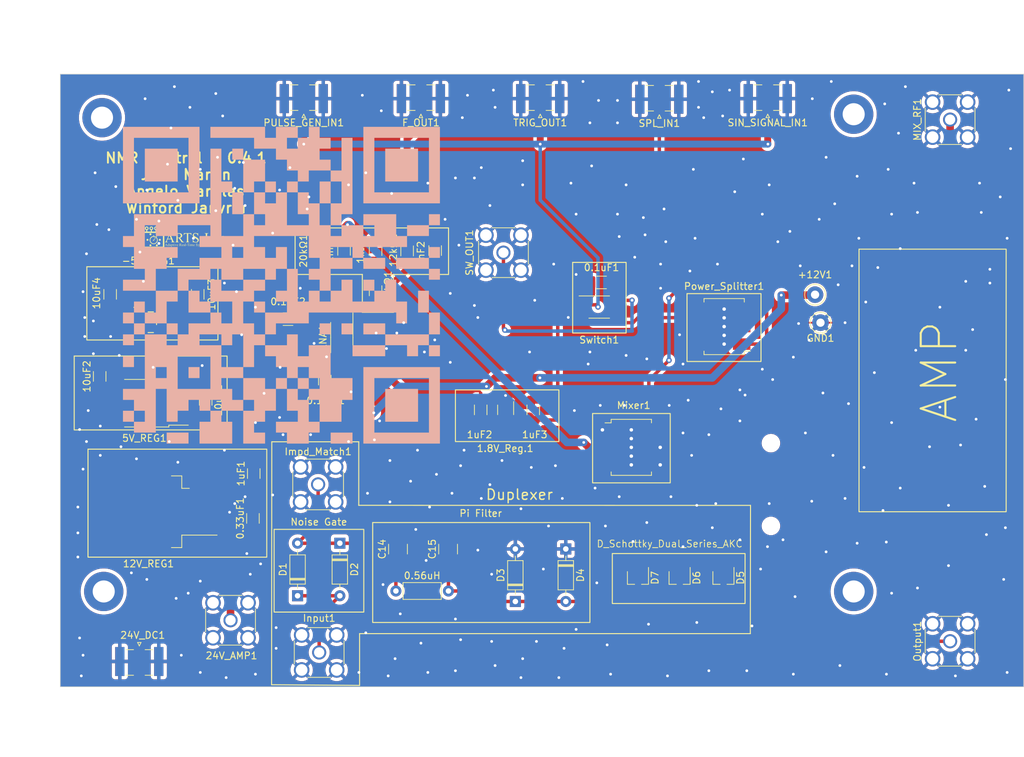
<source format=kicad_pcb>
(kicad_pcb (version 20221018) (generator pcbnew)
  (layers (0 "F.Cu" signal) (31 "B.Cu" signal) (34 "B.Paste" user) (35 "F.Paste" user) (36 "B.SilkS" user "B.Silkscreen") (37 "F.SilkS" user "F.Silkscreen") (38 "B.Mask" user) (39 "F.Mask" user) (44 "Edge.Cuts" user))
  (net 0 "")
  (net 1 "GND")
  (net 2 "Net-(F_OUT1-In)")
  (net 3 "Net-(D1-A)")
  (net 4 "Net-(D3-K)")
  (net 5 "Net-(D1-K)")
  (net 6 "Net-(MIX_RF1-In)")
  (net 7 "Net-(PULSE_GEN_IN1-In)")
  (net 8 "Net-(LNA1-+IN1)")
  (net 9 "Net-(SW_OUT1-In)")
  (net 10 "Net-(LNA1-OUT1)")
  (net 11 "Net-(LNA1--IN1)")
  (net 12 "Net-(LNA1--IN2)")
  (net 13 "Net-(+12V1-In)")
  (net 14 "Net-(1.8V_Reg.1-OUT)")
  (net 17 "Net-(Power_Splitter1-SUM)")
  (net 19 "Net-(Power_Splitter1-PORT2)")
  (net 21 "Net-(12V_REG1-VI)")
  (net 22 "Net-(-5V_REG1-OUT)")
  (net 23 "Net-(-5V_REG1-V+)")
  (net 24 "Net-(-5V_REG1-C1-)")
  (net 25 "Net-(-5V_REG1-C1+)")
  (net 26 "Net-(Mixer1-IF)")
  (net 27 "Net-(Mixer1-LO)")
  (footprint "Connector_Pin:Pin_D1.0mm_L10.0mm_LooseFit" (layer "F.Cu") (at 185.6486 75.184 180)
    (fp_text reference "+12V1")
    (fp_text value "Pin Hole" hide)
  )
  (footprint "Package_TO_SOT_SMD:TSOT-23_HandSoldering" (layer "F.Cu") (at 166.0296 116.264 -90)
    (fp_text reference "D6")
    (fp_text value "D_Schottky_Dual_Series_AKC" hide)
  )
  (footprint "MountingHole:MountingHole_3.2mm_M3_ISO7380_Pad" (layer "F.Cu") (at 191.25 49)
    (fp_text reference "REF**" hide)
    (fp_text value "MountingHole_3.2mm_M3_ISO7380_Pad")
  )
  (footprint "Capacitor_SMD:C_1206_3216Metric" (layer "F.Cu") (at 114.554 87.581 90)
    (fp_text reference "0.1.uF1")
    (fp_text value "0.1uF" hide)
  )
  (footprint "MountingHole:MountingHole_2.2mm_M2_DIN965" (layer "F.Cu") (at 179.25 96.73)
    (fp_text reference "REF**" hide)
    (fp_text value "MountingHole_2.2mm_M2_DIN965")
  )
  (footprint "Capacitor_SMD:C_1206_3216Metric" (layer "F.Cu") (at 117.348 68.754 90)
    (fp_text reference "1nF1")
    (fp_text value "C")
  )
  (footprint "Capacitor_SMD:C_1206_3216Metric" (layer "F.Cu") (at 154.686 73.406 180)
    (fp_text reference "0.1uF1")
    (fp_text value "0.1 uF" hide)
  )
  (footprint "Capacitor_SMD:C_1206_3216Metric" (layer "F.Cu") (at 83.427 75.135 -90)
    (fp_text reference "10uF4")
    (fp_text value "10 uF")
  )
  (footprint "Capacitor_SMD:C_1206_3216Metric" (layer "F.Cu") (at 81.909 87.044 90)
    (fp_text reference "10uF2")
    (fp_text value "10 uF")
  )
  (footprint "Library:ARTS" (layer "F.Cu") (at 94.16 67.21)
    (fp_text reference "G***" hide)
    (fp_text value "LOGO" hide)
  )
  (footprint "Diode_THT:D_DO-35_SOD27_P7.62mm_Horizontal" (layer "F.Cu") (at 116.7384 111.252 -90)
    (fp_text reference "D2")
    (fp_text value "1N4148")
  )
  (footprint "Connector_Coaxial:SMA_Samtec_SMA-J-P-X-ST-EM1_EdgeMount" (layer "F.Cu") (at 178.785 46.736 180)
    (fp_text reference "SIN_SIGNAL_IN1")
    (fp_text value "Conn_Coaxial")
  )
  (footprint "Capacitor_SMD:C_1206_3216Metric" (layer "F.Cu") (at 104.255 101.141 90)
    (fp_text reference "1uF1")
    (fp_text value "1 uF" hide)
  )
  (footprint "Capacitor_SMD:C_1206_3216Metric" (layer "F.Cu") (at 96.127 75.135 -90)
    (fp_text reference "10uF3")
    (fp_text value "10 uF" hide)
  )
  (footprint "Resistor_SMD:R_1206_3216Metric" (layer "F.Cu") (at 126.492 68.832 90)
    (fp_text reference "12kΩ1")
    (fp_text value "R" hide)
  )
  (footprint "Library:MF05A" (layer "F.Cu") (at 89.3198 79.1845)
    (fp_text reference "-5V_REG1")
    (fp_text value "LM828M5" hide)
  )
  (footprint "Connector_Coaxial:SMA_Samtec_SMA-J-P-X-ST-EM1_EdgeMount" (layer "F.Cu") (at 87.661 128.409)
    (fp_text reference "24V_DC1")
    (fp_text value "Conn_Coaxial")
  )
  (footprint "Package_TO_SOT_SMD:TO-252-2" (layer "F.Cu") (at 88.626 90.931 180)
    (fp_text reference "5V_REG1")
    (fp_text value "NCP1117-5.0_TO252" hide)
  )
  (footprint "Package_TO_SOT_SMD:TO-263-3_TabPin2" (layer "F.Cu") (at 88.991 106.68 180)
    (fp_text reference "12V_REG1")
    (fp_text value "LM7812_TO220" hide)
  )
  (footprint "Capacitor_SMD:C_1206_3216Metric" (layer "F.Cu") (at 109.22 78.74)
    (fp_text reference "0.1uF2")
    (fp_text value "0.1uF" hide)
  )
  (footprint "MountingHole:MountingHole_3.2mm_M3_ISO7380_Pad" (layer "F.Cu") (at 191.25 118.25)
    (fp_text reference "REF**" hide)
    (fp_text value "MountingHole_3.2mm_M3_ISO7380_Pad")
  )
  (footprint "Diode_THT:D_DO-35_SOD27_P7.62mm_Horizontal" (layer "F.Cu") (at 149.5044 112.0846 -90)
    (fp_text reference "D4")
    (fp_text value "1N4148")
  )
  (footprint "Inductor_THT:L_Axial_L5.3mm_D2.2mm_P7.62mm_Horizontal_Vishay_IM-1" (layer "F.Cu") (at 124.8664 118.1806)
    (fp_text reference "0.56uH")
    (fp_text value "L")
  )
  (footprint "Capacitor_SMD:C_1210_3225Metric_Pad1.33x2.70mm_HandSolder" (layer "F.Cu") (at 132.4356 112.1025 90)
    (fp_text reference "C15")
    (fp_text value "C")
  )
  (footprint "Connector_Coaxial:SMA_Amphenol_132291_Vertical" (layer "F.Cu") (at 205.232 49.784 90)
    (fp_text reference "MIX_RF1")
    (fp_text value "Conn_Coaxial")
  )
  (footprint "Capacitor_SMD:C_1206_3216Metric" (layer "F.Cu") (at 104.14 107.647 90)
    (fp_text reference "0.33uF1")
    (fp_text value "0.33 uF" hide)
  )
  (footprint "Package_TO_SOT_SMD:SOT-353_SC-70-5" (layer "F.Cu") (at 140.782 91.8955 -90)
    (fp_text reference "1.8V_Reg.1")
    (fp_text value "NCP715-1.8V" hide)
  )
  (footprint "Connector_Coaxial:SMA_Amphenol_132134_Vertical" (layer "F.Cu") (at 113.5888 102.7176)
    (fp_text reference "Impd_Match1")
    (fp_text value "Conn_Coaxial" hide)
  )
  (footprint "Diode_THT:D_DO-35_SOD27_P7.62mm_Horizontal" (layer "F.Cu") (at 142.1904 119.7046 90)
    (fp_text reference "D3")
    (fp_text value "1N4148")
  )
  (footprint "Package_TO_SOT_SMD:TSOT-23_HandSoldering" (layer "F.Cu") (at 172.3796 116.264 -90)
    (fp_text reference "D5")
    (fp_text value "D_Schottky_Dual_Series_AKC" hide)
  )
  (footprint "Package_SO:MSOP-8_3x3mm_P0.65mm" (layer "F.Cu") (at 154.3515 76.9805)
    (fp_text reference "Switch1")
    (fp_text value "ADG901BRMZ" hide)
  )
  (footprint "Capacitor_SMD:C_1206_3216Metric" (layer "F.Cu") (at 137.16 91.899 90)
    (fp_text reference "1uF2")
    (fp_text value "1 uF" hide)
  )
  (footprint "Connector_Coaxial:SMA_Amphenol_132291_Vertical" (layer "F.Cu") (at 205.232 125.476 90)
    (fp_text reference "Output1")
    (fp_text value "Conn_Coaxial")
  )
  (footprint "Connector_Coaxial:SMA_Amphenol_132291_Vertical" (layer "F.Cu") (at 113.7412 127.1016)
    (fp_text reference "Input1")
    (fp_text value "Conn_Coaxial")
  )
  (footprint "RF_Mini-Circuits:Mini-Circuits_CD636_LandPatternPL-035" (layer "F.Cu") (at 172.466 79.8155 180)
    (fp_text reference "Power_Splitter1")
    (fp_text value "ADP-2-1W" hide)
  )
  (footprint "Resistor_SMD:R_1206_3216Metric" (layer "F.Cu") (at 113.284 68.832 90)
    (fp_text reference "20kΩ1")
    (fp_text value "R" hide)
  )
  (footprint "Capacitor_SMD:C_1210_3225Metric_Pad1.33x2.70mm_HandSolder" (layer "F.Cu") (at 125.1712 112.1033 90)
    (fp_text reference "C14")
    (fp_text value "C" hide)
  )
  (footprint "Resistor_SMD:R_1206_3216Metric" (layer "F.Cu") (at 121.92 74.6145 -90)
    (fp_text reference "100kΩ1")
    (fp_text value "R" hide)
  )
  (footprint "Connector_Coaxial:SMA_Samtec_SMA-J-P-X-ST-EM1_EdgeMount" (layer "F.Cu") (at 163.068 46.8265 180)
    (fp_text reference "SPL_IN1")
    (fp_text value "Conn_Coaxial")
  )
  (footprint "Connector_Coaxial:SMA_Amphenol_132291_Vertical" (layer "F.Cu") (at 100.8888 122.428)
    (fp_text reference "24V_AMP1")
    (fp_text value "Conn_Coaxial")
  )
  (footprint "Connector_Pin:Pin_D1.0mm_L10.0mm_LooseFit" (layer "F.Cu") (at 186.436 79.248)
    (fp_text reference "GND1")
    (fp_text value "Pin Hole")
  )
  (footprint "RF_Mini-Circuits:Mini-Circuits_CD542_LandPatternPL-052" (layer "F.Cu") (at 159.004 97.3415)
    (fp_text reference "Mixer1")
    (fp_text value "ADE-6" hide)
  )
  (footprint "Connector_Coaxial:SMA_Samtec_SMA-J-P-X-ST-EM1_EdgeMount" (layer "F.Cu") (at 145.796 46.736 180)
    (fp_text reference "TRIG_OUT1")
    (fp_text value "Conn_Coaxial")
  )
  (footprint "Package_SO:TSSOP-8_4.4x3mm_P0.65mm" (layer "F.Cu") (at 117.023 81.408 -90)
    (fp_text reference "LNA1")
    (fp_text value "LM4565" hide)
  )
  (footprint "Capacitor_SMD:C_1206_3216Metric" (layer "F.Cu") (at 144.78 91.899 90)
    (fp_text reference "1uF3")
    (fp_text value "1 uF" hide)
  )
  (footprint "Capacitor_SMD:C_1206_3216Metric" (layer "F.Cu") (at 130.556 68.785 90)
    (fp_text reference "1nF2")
    (fp_text value "C" hide)
  )
  (footprint "Package_TO_SOT_SMD:TSOT-23_HandSoldering" (layer "F.Cu") (at 159.9844 116.264 -90)
    (fp_text reference "D7")
    (fp_text value "D_Schottky_Dual_Series_AKC" hide)
  )
  (footprint "MountingHole:MountingHole_3.2mm_M3_ISO7380_Pad" (layer "F.Cu") (at 82.5 118.25)
    (fp_text reference "REF**" hide)
    (fp_text value "MountingHole_3.2mm_M3_ISO7380_Pad")
  )
  (footprint "Connector_Coaxial:SMA_Samtec_SMA-J-P-X-ST-EM1_EdgeMount" (layer "F.Cu") (at 128.493 46.736 180)
    (fp_text reference "F_OUT1")
    (fp_text value "Conn_Coaxial")
  )
  (footprint "MountingHole:MountingHole_3.2mm_M3_ISO7380_Pad" (layer "F.Cu") (at 82.25 49.5)
    (fp_text reference "REF**" hide)
    (fp_text value "MountingHole_3.2mm_M3_ISO7380_Pad")
  )
  (footprint "Capacitor_SMD:C_1206_3216Metric_Pad1.33x1.80mm_HandSolder" (layer "F.Cu") (at 97.282 90.5125 -90)
    (fp_text reference "10uF1")
    (fp_text value "10 uF")
  )
  (footprint "Connector_Coaxial:SMA_Amphenol_132291_Vertical" (layer "F.Cu") (at 140.462 69.088 90)
    (fp_text reference "SW_OUT1")
    (fp_text value "Conn_Coaxial")
  )
  (footprint "Diode_THT:D_DO-35_SOD27_P7.62mm_Horizontal" (layer "F.Cu") (at 110.6084 118.872 90)
    (fp_text reference "D1")
    (fp_text value "1N4148")
  )
  (footprint "MountingHole:MountingHole_2.2mm_M2_DIN965" (layer "F.Cu") (at 179.25 108.74)
    (fp_text reference "REF**" hide)
    (fp_text value "MountingHole_2.2mm_M2_DIN965")
  )
  (footprint "Resistor_SMD:R_1206_3216Metric" (layer "F.Cu") (at 121.92 68.7725 -90)
    (fp_text reference "1kΩ1")
    (fp_text value "R" hide)
  )
  (footprint "Connector_Coaxial:SMA_Samtec_SMA-J-P-X-ST-EM1_EdgeMount" (layer "F.Cu") (at 111.506 46.736 180)
    (fp_text reference "PULSE_GEN_IN1")
    (fp_text value "Conn_Coaxial")
  )
  (footprint "Library:githubQR" (layer "B.Cu") (at 108.52 73.56 180)
    (fp_text reference "G***" hide)
    (fp_text value "LOGO" hide)
  )
  (gr_rect (start 107.21 109.24) (end 120.21 121.24) (stroke (width 0.15)) (fill none) (layer "F.SilkS"))
  (gr_line (start 119.48 105.75) (end 176.29 105.76) (stroke (width 0.15)) (layer "F.SilkS"))
  (gr_rect (start 167.08 75.03) (end 177.81 84.88) (stroke (width 0.15)) (fill none) (layer "F.SilkS"))
  (gr_line (start 176.26 124.37) (end 119.6 124.37) (stroke (width 0.15)) (layer "F.SilkS"))
  (gr_rect (start 192.024 68.58) (end 213.36 106.68) (stroke (width 0.15)) (fill none) (layer "F.SilkS"))
  (gr_line (start 119.6 131.88) (end 106.84 131.78) (stroke (width 0.15)) (layer "F.SilkS"))
  (gr_rect (start 78.22 84.09) (end 100.39 94.81) (stroke (width 0.15)) (fill none) (layer "F.SilkS"))
  (gr_line (start 132.5 72.25) (end 124.5 72.25) (stroke (width 0.15)) (layer "F.SilkS"))
  (gr_line (start 106.84 131.78) (end 106.87 96.53) (stroke (width 0.15)) (layer "F.SilkS"))
  (gr_rect (start 121.5 108.25) (end 153 122.75) (stroke (width 0.15)) (fill none) (layer "F.SilkS"))
  (gr_line (start 176.29 105.76) (end 176.26 124.37) (stroke (width 0.15)) (layer "F.SilkS"))
  (gr_rect (start 150.5 70.5) (end 158.25 80.75) (stroke (width 0.15)) (fill none) (layer "F.SilkS"))
  (gr_rect (start 80.22 97.6) (end 106.14 113.27) (stroke (width 0.15)) (fill none) (layer "F.SilkS"))
  (gr_line (start 110.25 72.25) (end 110.25 65.5) (stroke (width 0.15)) (layer "F.SilkS"))
  (gr_line (start 132.5 65.5) (end 132.5 72.25) (stroke (width 0.15)) (layer "F.SilkS"))
  (gr_line (start 119.6 124.37) (end 119.6 131.88) (stroke (width 0.15)) (layer "F.SilkS"))
  (gr_line (start 106.87 96.53) (end 119.48 96.53) (stroke (width 0.15)) (layer "F.SilkS"))
  (gr_line (start 124.5 72.25) (end 124.5 77.75) (stroke (width 0.15)) (layer "F.SilkS"))
  (gr_rect (start 133.5 89) (end 148.5 96.5) (stroke (width 0.15)) (fill none) (layer "F.SilkS"))
  (gr_line (start 124.5 77.75) (end 120 77.75) (stroke (width 0.15)) (layer "F.SilkS"))
  (gr_line (start 119.48 96.53) (end 119.48 105.75) (stroke (width 0.15)) (layer "F.SilkS"))
  (gr_rect (start 80.05 71.13) (end 99.06 81.76) (stroke (width 0.15)) (fill none) (layer "F.SilkS"))
  (gr_line (start 110.25 65.5) (end 132.5 65.5) (stroke (width 0.15)) (layer "F.SilkS"))
  (gr_rect (start 153.39 92.43) (end 164.65 102.49) (stroke (width 0.15)) (fill none) (layer "F.SilkS"))
  (gr_line (start 120 77.75) (end 120 72.25) (stroke (width 0.15)) (layer "F.SilkS"))
  (gr_line (start 120 72.25) (end 110.25 72.25) (stroke (width 0.15)) (layer "F.SilkS"))
  (gr_rect (start 156.25 112.75) (end 175.5 120) (stroke (width 0.15)) (fill none) (layer "F.SilkS"))
  (gr_rect (start 76.2 43.18) (end 215.9 132.08) (stroke (width 0.1)) (fill none) (layer "Edge.Cuts"))
  (gr_text "Duplexer" (at 137.8 105.07) (layer "F.SilkS") (effects (font (size 1.5 1.5) (thickness 0.2)) (justify left bottom)))
  (gr_text "Pi Filter\n" (at 134 107.5) (layer "F.SilkS") (effects (font (size 1 1)) (justify left bottom)))
  (gr_text "Noise Gate\n" (at 109.5 108.75) (layer "F.SilkS") (effects (font (size 1 1)) (justify left bottom)))
  (gr_text "NMR Control V 0.4.1\nJake Martin\nAngelo Varillas\nWinford Janvrin" (at 94.43 63.47) (layer "F.SilkS") (effects (font (size 1.5 1.5) (thickness 0.275) bold) (justify bottom)))
  (gr_text "D_Schottky_Dual_Series_AKC" (at 153.91 111.92) (layer "F.SilkS") (effects (font (size 1 1) (thickness 0.125)) (justify left bottom)))
  (gr_text "Filter" (at 120.25 65) (layer "F.SilkS") (effects (font (size 1 1)) (justify left bottom)))
  (gr_text "AMP" (at 206.6 94.04 90) (layer "F.SilkS") (effects (font (size 5 5) (thickness 0.3)) (justify left bottom)))
  (segment (start 183.388 79.248) (end 183.261 79.375) (width 0.25) (layer "F.Cu") (net 1))
  (segment (start 186.436 79.248) (end 184.785 80.899) (width 0.25) (layer "F.Cu") (net 1))
  (segment (start 151.0405 77.3055) (end 149.86 78.486) (width 0.25) (layer "F.Cu") (net 1))
  (segment (start 114.808 84.201) (end 115.9785 84.201) (width 0.25) (layer "F.Cu") (net 1))
  (segment (start 151.0555 77.3055) (end 151.0405 77.3055) (width 0.25) (layer "F.Cu") (net 1))
  (segment (start 115.9785 84.201) (end 116.048 84.2705) (width 0.25) (layer "F.Cu") (net 1))
  (segment (start 184.785 80.899) (end 184.785 81.788) (width 0.25) (layer "F.Cu") (net 1))
  (segment (start 140.7668 89.8144) (end 140.782 89.7992) (width 0.25) (layer "F.Cu") (net 1))
  (segment (start 186.436 79.248) (end 183.388 79.248) (width 0.25) (layer "F.Cu") (net 1))
  (segment (start 140.782 89.8296) (end 140.7668 89.8144) (width 0.25) (layer "F.Cu") (net 1))
  (segment (start 156.464 76.6555) (end 156.464 77.9555) (width 0.25) (layer "F.Cu") (net 1))
  (segment (start 140.782 90.9455) (end 140.782 89.8296) (width 0.25) (layer "F.Cu") (net 1))
  (segment (start 152.239 77.3055) (end 151.0555 77.3055) (width 0.25) (layer "F.Cu") (net 1))
  (segment (start 189.998 79.248) (end 190 79.25) (width 0.25) (layer "F.Cu") (net 1))
  (segment (start 186.436 79.248) (end 189.998 79.248) (width 0.25) (layer "F.Cu") (net 1))
  (via (at 143 106.25) (size 0.8) (drill 0.4) (layers "F.Cu" "B.Cu") (net 1))
  (via (at 103 62.25) (size 0.8) (drill 0.4) (layers "F.Cu" "B.Cu") (net 1))
  (via (at 107.5 126.5) (size 0.8) (drill 0.4) (layers "F.Cu" "B.Cu") (net 1))
  (via (at 191.75 111.25) (size 0.8) (drill 0.4) (layers "F.Cu" "B.Cu") (net 1))
  (via (at 188.5 62) (size 0.8) (drill 0.4) (layers "F.Cu" "B.Cu") (net 1))
  (via (at 153.75 103.25) (size 0.8) (drill 0.4) (layers "F.Cu" "B.Cu") (net 1))
  (via (at 157.25 104.5) (size 0.8) (drill 0.4) (layers "F.Cu" "B.Cu") (net 1))
  (via (at 78.75 113.25) (size 0.8) (drill 0.4) (layers "F.Cu" "B.Cu") (net 1))
  (via (at 193 76.25) (size 0.8) (drill 0.4) (layers "F.Cu" "B.Cu") (net 1))
  (via (at 139.25 129) (size 0.8) (drill 0.4) (layers "F.Cu" "B.Cu") (net 1))
  (via (at 92.25 51) (size 0.8) (drill 0.4) (layers "F.Cu" "B.Cu") (net 1))
  (via (at 210.5 110) (size 0.8) (drill 0.4) (layers "F.Cu" "B.Cu") (net 1))
  (via (at 79 125) (size 0.8) (drill 0.4) (layers "F.Cu" "B.Cu") (net 1))
  (via (at 164 67.5) (size 0.8) (drill 0.4) (layers "F.Cu" "B.Cu") (net 1))
  (via (at 133 104) (size 0.8) (drill 0.4) (layers "F.Cu" "B.Cu") (net 1))
  (via (at 100.75 106.75) (size 0.8) (drill 0.4) (layers "F.Cu" "B.Cu") (net 1))
  (via (at 94.75 118.5) (size 0.8) (drill 0.4) (layers "F.Cu" "B.Cu") (net 1))
  (via (at 122 80.75) (size 0.8) (drill 0.4) (layers "F.Cu" "B.Cu") (net 1))
  (via (at 79.75 78.5) (size 0.8) (drill 0.4) (layers "F.Cu" "B.Cu") (net 1))
  (via (at 157 63.5) (size 0.8) (drill 0.4) (layers "F.Cu" "B.Cu") (net 1))
  (via (at 153.25 56.5) (size 0.8) (drill 0.4) (layers "F.Cu" "B.Cu") (net 1))
  (via (at 109.5 56.75) (size 0.8) (drill 0.4) (layers "F.Cu" "B.Cu") (net 1))
  (via (at 122.5 93.5) (size 0.8) (drill 0.4) (layers "F.Cu" "B.Cu") (net 1))
  (via (at 190 104.75) (size 0.8) (drill 0.4) (layers "F.Cu" "B.Cu") (net 1))
  (via (at 132 64.25) (size 0.8) (drill 0.4) (layers "F.Cu" "B.Cu") (net 1))
  (via (at 147 108.75) (size 0.8) (drill 0.4) (layers "F.Cu" "B.Cu") (net 1))
  (via (at 212.5 61) (size 0.8) (drill 0.4) (layers "F.Cu" "B.Cu") (net 1))
  (via (at 174 60.25) (size 0.8) (drill 0.4) (layers "F.Cu" "B.Cu") (net 1))
  (via (at 121.75 96.25) (size 0.8) (drill 0.4) (layers "F.Cu" "B.Cu") (net 1))
  (via (at 88.5 46.75) (size 0.8) (drill 0.4) (layers "F.Cu" "B.Cu") (net 1))
  (via (at 151 123.75) (size 0.8) (drill 0.4) (layers "F.Cu" "B.Cu") (net 1))
  (via (at 175.5 89.75) (size 0.8) (drill 0.4) (layers "F.Cu" "B.Cu") (net 1))
  (via (at 196 130.25) (size 0.8) (drill 0.4) (layers "F.Cu" "B.Cu") (net 1))
  (via (at 154.25 47) (size 0.8) (drill 0.4) (layers "F.Cu" "B.Cu") (net 1))
  (via (at 161.25 108.25) (size 0.8) (drill 0.4) (layers "F.Cu" "B.Cu") (net 1))
  (via (at 213.75 45.5) (size 0.8) (drill 0.4) (layers "F.Cu" "B.Cu") (net 1))
  (via (at 101.75 74.75) (size 0.8) (drill 0.4) (layers "F.Cu" "B.Cu") (net 1))
  (via (at 163.25 74.25) (size 0.8) (drill 0.4) (layers "F.Cu" "B.Cu") (net 1))
  (via (at 129 83.5) (size 0.8) (drill 0.4) (layers "F.Cu" "B.Cu") (net 1))
  (via (at 158.25 59.25) (size 0.8) (drill 0.4) (layers "F.Cu" "B.Cu") (net 1))
  (via (at 127 102.25) (size 0.8) (drill 0.4) (layers "F.Cu" "B.Cu") (net 1))
  (via (at 80 69.25) (size 0.8) (drill 0.4) (layers "F.Cu" "B.Cu") (net 1))
  (via (at 96.5 130) (size 0.8) (drill 0.4) (layers "F.Cu" "B.Cu") (net 1))
  (via (at 151 63.5) (size 0.8) (drill 0.4) (layers "F.Cu" "B.Cu") (net 1))
  (via (at 136.75 78.5) (size 0.8) (drill 0.4) (layers "F.Cu" "B.Cu") (net 1))
  (via (at 211 73.5) (size 0.8) (drill 0.4) (layers "F.Cu" "B.Cu") (net 1))
  (via (at 134 68) (size 0.8) (drill 0.4) (layers "F.Cu" "B.Cu") (net 1))
  (via (at 88.25 73.25) (size 0.8) (drill 0.4) (layers "F.Cu" "B.Cu") (net 1))
  (via (at 167.5 71.75) (size 0.8) (drill 0.4) (layers "F.Cu" "B.Cu") (net 1))
  (via (at 102.5 81) (size 0.8) (drill 0.4) (layers "F.Cu" "B.Cu") (net 1))
  (via (at 189 73.75) (size 0.8) (drill 0.4) (layers "F.Cu" "B.Cu") (net 1))
  (via (at 130.5 81.75) (size 0.8) (drill 0.4) (layers "F.Cu" "B.Cu") (net 1))
  (via (at 149.25 126.5) (size 0.8) (drill 0.4) (layers "F.Cu" "B.Cu") (net 1))
  (via (at 136.75 112.25) (size 0.8) (drill 0.4) (layers "F.Cu" "B.Cu") (net 1))
  (via (at 112.25 61) (size 0.8) (drill 0.4) (layers "F.Cu" "B.Cu") (net 1))
  (via (at 120.5 57.5) (size 0.8) (drill 0.4) (layers "F.Cu" "B.Cu") (net 1))
  (via (at 99.75 49.25) (size 0.8) (drill 0.4) (layers "F.Cu" "B.Cu") (net 1))
  (via (at 87.25 99) (size 0.8) (drill 0.4) (layers "F.Cu" "B.Cu") (net 1))
  (via (at 163.25 70.75) (size 0.8) (drill 0.4) (layers "F.Cu" "B.Cu") (net 1))
  (via (at 168.75 48) (size 0.8) (drill 0.4) (layers "F.Cu" "B.Cu") (net 1))
  (via (at 156 130.25) (size 0.8) (drill 0.4) (layers "F.Cu" "B.Cu") (net 1))
  (via (at 166 81) (size 0.8) (drill 0.4) (layers "F.Cu" "B.Cu") (net 1))
  (via (at 99 55.25) (size 0.8) (drill 0.4) (layers "F.Cu" "B.Cu") (net 1))
  (via (at 98.75 63) (size 0.8) (drill 0.4) (layers "F.Cu" "B.Cu") (net 1))
  (via (at 192 67) (size 0.8) (drill 0.4) (layers "F.Cu" "B.Cu") (net 1))
  (via (at 134.5 49.5) (size 0.8) (drill 0.4) (layers "F.Cu" "B.Cu") (net 1))
  (via (at 136.25 58.25) (size 0.8) (drill 0.4) (layers "F.Cu" "B.Cu") (net 1))
  (via (at 175.75 129.75) (size 0.8) (drill 0.4) (layers "F.Cu" "B.Cu") (net 1))
  (via (at 130.75 101.25) (size 0.8) (drill 0.4) (layers "F.Cu" "B.Cu") (net 1))
  (via (at 91.75 56.25) (size 0.8) (drill 0.4) (layers "F.Cu" "B.Cu") (net 1))
  (via (at 200.25 83.25) (size 0.8) (drill 0.4) (layers "F.Cu" "B.Cu") (net 1))
  (via (at 195.5 106.5) (size 0.8) (drill 0.4) (layers "F.Cu" "B.Cu") (net 1))
  (via (at 93 119.25) (size 0.8) (drill 0.4) (layers "F.Cu" "B.Cu") (net 1))
  (via (at 100.25 130.75) (size 0.8) (drill 0.4) (layers "F.Cu" "B.Cu") (net 1))
  (via (at 114.808 84.201) (size 0.8) (drill 0.4) (layers "F.Cu" "B.Cu") (net 1))
  (via (at 101.5 59.75) (size 0.8) (drill 0.4) (layers "F.Cu" "B.Cu") (net 1))
  (via (at 132.75 75) (size 0.8) (drill 0.4) (layers "F.Cu" "B.Cu") (net 1))
  (via (at 79.5 100.5) (size 0.8) (drill 0.4) (layers "F.Cu" "B.Cu") (net 1))
  (via (at 133.5 129.75) (size 0.8) (drill 0.4) (layers "F.Cu" "B.Cu") (net 1))
  (via (at 96.774 85.471) (size 0.8) (drill 0.4) (layers "F.Cu" "B.Cu") (net 1))
  (via (at 188.25 98.5) (size 0.8) (drill 0.4) (layers "F.Cu" "B.Cu") (net 1))
  (via (at 83.25 65.75) (size 0.8) (drill 0.4) (layers "F.Cu" "B.Cu") (net 1))
  (via (at 87.75 69) (size 0.8) (drill 0.4) (layers "F.Cu" "B.Cu") (net 1))
  (via (at 161 66.5) (size 0.8) (drill 0.4) (layers "F.Cu" "B.Cu") (net 1))
  (via (at 172 91.75) (size 0.8) (drill 0.4) (layers "F.Cu" "B.Cu") (net 1))
  (via (at 184.785 81.788) (size 0.8) (drill 0.4) (layers "F.Cu" "B.Cu") (net 1))
  (via (at 175.25 55.5) (size 0.8) (drill 0.4) (layers "F.Cu" "B.Cu") (net 1))
  (via (at 134.25 100) (size 0.8) (drill 0.4) (layers "F.Cu" "B.Cu") (net 1))
  (via (at 134.75 97.75) (size 0.8) (drill 0.4) (layers "F.Cu" "B.Cu") (net 1))
  (via (at 118 96.5) (size 0.8) (drill 0.4) (layers "F.Cu" "B.Cu") (net 1))
  (via (at 206.75 97) (size 0.8) (drill 0.4) (layers "F.Cu" "B.Cu") (net 1))
  (via (at 96.5 116.75) (size 0.8) (drill 0.4) (layers "F.Cu" "B.Cu") (net 1))
  (via (at 200 59) (size 0.8) (drill 0.4) (layers "F.Cu" "B.Cu") (net 1))
  (via (at 213.25 87.5) (size 0.8) (drill 0.4) (layers "F.Cu" "B.Cu") (net 1))
  (via (at 190 79.25) (size 0.8) (drill 0.4) (layers "F.Cu" "B.Cu") (net 1))
  (via (at 81 83.75) (size 0.8) (drill 0.4) (layers "F.Cu" "B.Cu") (net 1))
  (via (at 93.25 99.5) (size 0.8) (drill 0.4) (layers "F.Cu" "B.Cu") (net 1))
  (via (at 158 91.25) (size 0.8) (drill 0.4) (layers "F.Cu" "B.Cu") (net 1))
  (via (at 164.75 104.5) (size 0.8) (drill 0.4) (layers "F.Cu" "B.Cu") (net 1))
  (via (at 153 83.5) (size 0.8) (drill 0.4) (layers "F.Cu" "B.Cu") (net 1))
  (via (at 133.5 58.25) (size 0.8) (drill 0.4) (layers "F.Cu" "B.Cu") (net 1))
  (via (at 107 104.25) (size 0.8) (drill 0.4) (layers "F.Cu" "B.Cu") (net 1))
  (via (at 90.5 67.75) (size 0.8) (drill 0.4) (layers "F.Cu" "B.Cu") (net 1))
  (via (at 150.25 59) (size 0.8) (drill 0.4) (layers "F.Cu" "B.Cu") (net 1))
  (via (at 90.5 64.5) (size 0.8) (drill 0.4) (layers "F.Cu" "B.Cu") (net 1))
  (via (at 174.75 110.75) (size 0.8) (drill 0.4) (layers "F.Cu" "B.Cu") (net 1))
  (via (at 166.5 95.25) (size 0.8) (drill 0.4) (layers "F.Cu" "B.Cu") (net 1))
  (via (at 93.25 61.5) (size 0.8) (drill 0.4) (layers "F.Cu" "B.Cu") (net 1))
  (via (at 192.75 100.25) (size 0.8) (drill 0.4) (layers "F.Cu" "B.Cu") (net 1))
  (via (at 126 79.25) (size 0.8) (drill 0.4) (layers "F.Cu" "B.Cu") (net 1))
  (via (at 108 60) (size 0.8) (drill 0.4) (layers "F.Cu" "B.Cu") (net 1))
  (via (at 145.25 125.5) (size 0.8) (drill 0.4) (layers "F.Cu" "B.Cu") (net 1))
  (via (at 108 93) (size 0.8) (drill 0.4) (layers "F.Cu" "B.Cu") (net 1))
  (via (at 182.75 119) (size 0.8) (drill 0.4) (layers "F.Cu" "B.Cu") (net 1))
  (via (at 183.5 71) (size 0.8) (drill 0.4) (layers "F.Cu" "B.Cu") (net 1))
  (via (at 214 54) (size 0.8) (drill 0.4) (layers "F.Cu" "B.Cu") (net 1))
  (via (at 140.7668 89.8144) (size 0.8) (drill 0.4) (layers "F.Cu" "B.Cu") (net 1))
  (via (at 213.25 109) (size 0.8) (drill 0.4) (layers "F.Cu" "B.Cu") (net 1))
  (via (at 138.5 62.25) (size 0.8) (drill 0.4) (layers "F.Cu" "B.Cu") (net 1))
  (via (at 189.25 129) (size 0.8) (drill 0.4) (layers "F.Cu" "B.Cu") (net 1))
  (via (at 168.5 105.75) (size 0.8) (drill 0.4) (layers "F.Cu" "B.Cu") (net 1))
  (via (at 213.5 67) (size 0.8) (drill 0.4) (layers "F.Cu" "B.Cu") (net 1))
  (via (at 84.25 59.5) (size 0.8) (drill 0.4) (layers "F.Cu" "B.Cu") (net 1))
  (via (at 181 110.75) (size 0.8) (drill 0.4) (layers "F.Cu" "B.Cu") (net 1))
  (via (at 171.25 105.5) (size 0.8) (drill 0.4) (layers "F.Cu" "B.Cu") (net 1))
  (via (at 79.5 127.5) (size 0.8) (drill 0.4) (layers "F.Cu" "B.Cu") (net 1))
  (via (at 104.5 93.75) (size 0.8) (drill 0.4) (layers "F.Cu" "B.Cu") (net 1))
  (via (at 143.25 128) (size 0.8) (drill 0.4) (layers "F.Cu" "B.Cu") (net 1))
  (via (at 170.75 45.75) (size 0.8) (drill 0.4) (layers "F.Cu" "B.Cu") (net 1))
  (via (at 105.25 114.25) (size 0.8) (drill 0.4) (layers "F.Cu" "B.Cu") (net 1))
  (via (at 213.5 130) (size 0.8) (drill 0.4) (layers "F.Cu" "B.Cu") (net 1))
  (via (at 134.25 125.25) (size 0.8) (drill 0.4) (layers "F.Cu" "B.Cu") (net 1))
  (via (at 103 104.5) (size 0.8) (drill 0.4) (layers "F.Cu" "B.Cu") (net 1))
  (via (at 182 66) (size 0.8) (drill 0.4) (layers "F.Cu" "B.Cu") (net 1))
  (via (at 179.5 87.5) (size 0.8) (drill 0.4) (layers "F.Cu" "B.Cu") (net 1))
  (via (at 144.5 100.25) (size 0.8) (drill 0.4) (layers "F.Cu" "B.Cu") (net 1))
  (via (at 177.75 115) (size 0.8) (drill 0.4) (layers "F.Cu" "B.Cu") (net 1))
  (via (at 147.75 70.75) (size 0.8) (drill 0.4) (layers "F.Cu" "B.Cu") (net 1))
  (via (at 194.25 86.5) (size 0.8) (drill 0.4) (layers "F.Cu" "B.Cu") (net 1))
  (via (at 150.75 92) (size 0.8) (drill 0.4) (layers "F.Cu" "B.Cu") (net 1))
  (via (at 143.25 55.75) (size 0.8) (drill 0.4) (layers "F.Cu" "B.Cu") (net 1))
  (via (at 120 46.25) (size 0.8) (drill 0.4) (layers "F.Cu" "B.Cu") (net 1))
  (via (at 80 96.5) (size 0.8) (drill 0.4) (layers "F.Cu" "B.Cu") (net 1))
  (via (at 129.25 113.75) (size 0.8) (drill 0.4) (layers "F.Cu" "B.Cu") (net 1))
  (via (at 155.25 108.75) (size 0.8) (drill 0.4) (layers "F.Cu" "B.Cu") (net 1))
  (via (at 137.25 56.75) (size 0.8) (drill 0.4) (layers "F.Cu" "B.Cu") (net 1))
  (via (at 195.98 111.08) (size 0.8) (drill 0.4) (layers "F.Cu" "B.Cu") (net 1))
  (via (at 124.25 60.5) (size 0.8) (drill 0.4) (layers "F.Cu" "B.Cu") (net 1))
  (via (at 92.75 45) (size 0.8) (drill 0.4) (layers "F.Cu" "B.Cu") (net 1))
  (via (at 79 94.75) (size 0.8) (drill 0.4) (layers "F.Cu" "B.Cu") (net 1))
  (via (at 160.75 64) (size 0.8) (drill 0.4) (layers "F.Cu" "B.Cu") (net 1))
  (via (at 103.25 112.75) (size 0.8) (drill 0.4) (layers "F.Cu" "B.Cu") (net 1))
  (via (at 187.25 112.5) (size 0.8) (drill 0.4) (layers "F.Cu" "B.Cu") (net 1))
  (via (at 104.5 130.25) (size 0.8) (drill 0.4) (layers "F.Cu" "B.Cu") (net 1))
  (via (at 82 98.5) (size 0.8) (drill 0.4) (layers "F.Cu" "B.Cu") (net 1))
  (via (at 170.25 129.75) (size 0.8) (drill 0.4) (layers "F.Cu" "B.Cu") (net 1))
  (via (at 125.5 121.5) (size 0.8) (drill 0.4) (layers "F.Cu" "B.Cu") (net 1))
  (via (at 93.75 127.5) (size 0.8) (drill 0.4) (layers "F.Cu" "B.Cu") (net 1))
  (via (at 170.25 95.5) (size 0.8) (drill 0.4) (layers "F.Cu" "B.Cu") (net 1))
  (via (at 129.75 106) (size 0.8) (drill 0.4) (layers "F.Cu" "B.Cu") (net 1))
  (via (at 78.75 109.75) (size 0.8) (drill 0.4) (layers "F.Cu" "B.Cu") (net 1))
  (via (at 111 74.25) (size 0.8) (drill 0.4) (layers "F.Cu" "B.Cu") (net 1))
  (via (at 135.25 46.25) (size 0.8) (drill 0.4) (layers "F.Cu" "B.Cu") (net 1))
  (via (at 178 86) (size 0.8) (drill 0.4) (layers "F.Cu" "B.Cu") (net 1))
  (via (at 78.75 106) (size 0.8) (drill 0.4) (layers "F.Cu" "B.Cu") (net 1))
  (via (at 108.5 95.5) (size 0.8) (drill 0.4) (layers "F.Cu" "B.Cu") (net 1))
  (via (at 168 57) (size 0.8) (drill 0.4) (layers "F.Cu" "B.Cu") (net 1))
  (via (at 138.75 115.75) (size 0.8) (drill 0.4) (layers "F.Cu" "B.Cu") (net 1))
  (via (at 149 104.75) (size 0.8) (drill 0.4) (layers "F.Cu" "B.Cu") (net 1))
  (via (at 79.5 74.75) (size 0.8) (drill 0.4) (layers "F.Cu" "B.Cu") (net 1))
  (via (at 127.75 109.25) (size 0.8) (drill 0.4) (layers "F.Cu" "B.Cu") (net 1))
  (via (at 128 97.75) (size 0.8) (drill 0.4) (layers "F.Cu" "B.Cu") (net 1))
  (via (at 164.25 130.5) (size 0.8) (drill 0.4) (layers "F.Cu" "B.Cu") (net 1))
  (via (at 187.25 55.25) (size 0.8) (drill 0.4) (layers "F.Cu" "B.Cu") (net 1))
  (via (at 154.5 91.25) (size 0.8) (drill 0.4) (layers "F.Cu" "B.Cu") (net 1))
  (via (at 179 59.25) (size 0.8) (drill 0.4) (layers "F.Cu" "B.Cu") (net 1))
  (via (at 209.75 63.25) (size 0.8) (drill 0.4) (layers "F.Cu" "B.Cu") (net 1))
  (via (at 144.25 83.5) (size 0.8) (drill 0.4) (layers "F.Cu" "B.Cu") (net 1))
  (via (at 194.75 71.25) (size 0.8) (drill 0.4) (layers "F.Cu" "B.Cu") (net 1))
  (via (at 209 93.25) (size 0.8) (drill 0.4) (layers "F.Cu" "B.Cu") (net 1))
  (via (at 197.75 51.75) (size 0.8) (drill 0.4) (layers "F.Cu" "B.Cu") (net 1))
  (via (at 202.25 97.25) (size 0.8) (drill 0.4) (layers "F.Cu" "B.Cu") (net 1))
  (via (at 112.5 95.5) (size 0.8) (drill 0.4) (layers "F.Cu" "B.Cu") (net 1))
  (via (at 140.25 99.25) (size 0.8) (drill 0.4) (layers "F.Cu" "B.Cu") (net 1))
  (via (at 157.25 66.75) (size 0.8) (drill 0.4) (layers "F.Cu" "B.Cu") (net 1))
  (via (at 102.75 56) (size 0.8) (drill 0.4) (layers "F.Cu" "B.Cu") (net 1))
  (via (at 133.5 122.25) (size 0.8) (drill 0.4) (layers "F.Cu" "B.Cu") (net 1))
  (via (at 95.5 67) (size 0.8) (drill 0.4) (layers "F.Cu" "B.Cu") (net 1))
  (via (at 123.75 130.5) (size 0.8) (drill 0.4) (layers "F.Cu" "B.Cu") (net 1))
  (via (at 105.75 89.5) (size 0.8) (drill 0.4) (layers "F.Cu" "B.Cu") (net 1))
  (via (at 191 71) (size 0.8) (drill 0.4) (layers "F.Cu" "B.Cu") (net 1))
  (via (at 206 130.5) (size 0.8) (drill 0.4) (layers "F.Cu" "B.Cu") (net 1))
  (via (at 143 130.75) (size 0.8) (drill 0.4) (layers "F.Cu" "B.Cu") (net 1))
  (via (at 129.5 59) (size 0.8) (drill 0.4) (layers "F.Cu" "B.Cu") (net 1))
  (via (at 182.5 130.25) (size 0.8) (drill 0.4) (layers "F.Cu" "B.Cu") (net 1))
  (via (at 186.79 89.45) (size 0.8) (drill 0.4) (layers "F.Cu" "B.Cu") (net 1))
  (via (at 139.25 48) (size 0.8) (drill 0.4) (layers "F.Cu" "B.Cu") (net 1))
  (via (at 113 82.25) (size 0.8) (drill 0.4) (layers "F.Cu" "B.Cu") (net 1))
  (via (at 164.5 91.25) (size 0.8) (drill 0.4) (layers "F.Cu" "B.Cu") (net 1))
  (via (at 81.25 57.5) (size 0.8) (drill 0.4) (layers "F.Cu" "B.Cu") (net 1))
  (via (at 172.25 49.25) (size 0.8) (drill 0.4) (layers "F.Cu" "B.Cu") (net 1))
  (via (at 96.5 57) (size 0.8) (drill 0.4) (layers "F.Cu" "B.Cu") (net 1))
  (via (at 81.5 65) (size 0.8) (drill 0.4) (layers "F.Cu" "B.Cu") (net 1))
  (via (at 205 114.5) (size 0.8) (drill 0.4) (layers "F.Cu" "B.Cu") (net 1))
  (via (at 163.75 62.75) (size 0.8) (drill 0.4) (layers "F.Cu" "B.Cu") (net 1))
  (via (at 198 103.25) (size 0.8) (drill 0.4) (layers "F.Cu" "B.Cu") (net 1))
  (via (at 151 72.25) (size 0.8) (drill 0.4) (layers "F.Cu" "B.Cu") (net 1))
  (via (at 136.25 76.75) (size 0.8) (drill 0.4) (layers "F.Cu" "B.Cu") (net 1))
  (via (at 120.5 124.25) (size 0.8) (drill 0.4) (layers "F.Cu" "B.Cu") (net 1))
  (via (at 79.25 130.5) (size 0.8) (drill 0.4) (layers "F.Cu" "B.Cu") (net 1))
  (via (at 154 117) (size 0.8) (drill 0.4) (layers "F.Cu" "B.Cu") (net 1))
  (via (at 180.25 67.5) (size 0.8) (drill 0.4) (layers "F.Cu" "B.Cu") (net 1))
  (via (at 174.75 89) (size 0.8) (drill 0.4) (layers "F.Cu" "B.Cu") (net 1))
  (via (at 167.75 98.5) (size 0.8) (drill 0.4) (layers "F.Cu" "B.Cu") (net 1))
  (via (at 211 71.5) (size 0.8) (drill 0.4) (layers "F.Cu" "B.Cu") (net 1))
  (via (at 139 45.5) (size 0.8) (drill 0.4) (layers "F.Cu" "B.Cu") (net 1))
  (via (at 118.364 89.281) (size 0.8) (drill 0.4) (layers "F.Cu" "B.Cu") (net 1))
  (via (at 185.166 105.156) (size 0.8) (drill 0.4) (layers "F.Cu" "B.Cu") (net 1))
  (via (at 182.5 84.25) (size 0.8) (drill 0.4) (layers "F.Cu" "B.Cu") (net 1))
  (via (at 104.5 77) (size 0.8) (drill 0.4) (layers "F.Cu" "B.Cu") (net 1))
  (via (at 168.25 67) (size 0.8) (drill 0.4) (layers "F.Cu" "B.Cu") (net 1))
  (via (at 155.5 126) (size 0.8) (drill 0.4) (layers "F.Cu" "B.Cu") (net 1))
  (via (at 166.5 85.25) (size 0.8) (drill 0.4) (layers "F.Cu" "B.Cu") (net 1))
  (via (at 145 76) (size 0.8) (drill 0.4) (layers "F.Cu" "B.Cu") (net 1))
  (via (at 161.5 123) (size 0.8) (drill 0.4) (layers "F.Cu" "B.Cu") (net 1))
  (via (at 203.75 91.5) (size 0.8) (drill 0.4) (layers "F.Cu" "B.Cu") (net 1))
  (via (at 95 48) (size 0.8) (drill 0.4) (layers "F.Cu" "B.Cu") (net 1))
  (via (at 173.25 45.5) (size 0.8) (drill 0.4) (layers "F.Cu" "B.Cu") (net 1))
  (via (at 88.75 116.5) (size 0.8) (drill 0.4) (layers "F.Cu" "B.Cu") (net 1))
  (via (at 89.662 85.725) (size 0.8) (drill 0.4) (layers "F.Cu" "B.Cu") (net 1))
  (via (at 107 66.25) (size 0.8) (drill 0.4) (layers "F.Cu" "B.Cu") (net 1))
  (via (at 128.5 125.75) (size 0.8) (drill 0.4) (layers "F.Cu" "B.Cu") (net 1))
  (via (at 198.75 45) (size 0.8) (drill 0.4) (layers "F.Cu" "B.Cu") (net 1))
  (via (at 125 80.75) (size 0.8) (drill 0.4) (layers "F.Cu" "B.Cu") (net 1))
  (via (at 123 117.25) (size 0.8) (drill 0.4) (layers "F.Cu" "B.Cu") (net 1))
  (via (at 207.5 73.25) (size 0.8) (drill 0.4) (layers "F.Cu" "B.Cu") (net 1))
  (via (at 83.5 81.25) (size 0.8) (drill 0.4) (layers "F.Cu" "B.Cu") (net 1))
  (via (at 170.75 109) (size 0.8) (drill 0.4) (layers "F.Cu" "B.Cu") (net 1))
  (via (at 185.25 46.75) (size 0.8) (drill 0.4) (layers "F.Cu" "B.Cu") (net 1))
  (via (at 80.25 92) (size 0.8) (drill 0.4) (layers "F.Cu" "B.Cu") (net 1))
  (via (at 92 96.5) (size 0.8) (drill 0.4) (layers "F.Cu" "B.Cu") (net 1))
  (via (at 191.75 58) (size 0.8) (drill 0.4) (layers "F.Cu" "B.Cu") (net 1))
  (via (at 84.75 84) (size 0.8) (drill 0.4) (layers "F.Cu" "B.Cu") (net 1))
  (via (at 200.5 117.75) (size 0.8) (drill 0.4) (layers "F.Cu" "B.Cu") (net 1))
  (via (at 205 105.75) (size 0.8) (drill 0.4) (layers "F.Cu" "B.Cu") (net 1))
  (via (at 100 97.75) (size 0.8) (drill 0.4) (layers "F.Cu" "B.Cu") (net 1))
  (via (at 196.75 93.75) (size 0.8) (drill 0.4) (layers "F.Cu" "B.Cu") (net 1))
  (via (at 196.75 63.5) (size 0.8) (drill 0.4) (layers "F.Cu" "B.Cu") (net 1))
  (via (at 184.25 95.25) (size 0.8) (drill 0.4) (layers "F.Cu" "B.Cu") (net 1))
  (via (at 146.25 115) (size 0.8) (drill 0.4) (layers "F.Cu" "B.Cu") (net 1))
  (via (at 122.75 48.5) (size 0.8) (drill 0.4) (layers "F.Cu" "B.Cu") (net 1))
  (via (at 132.75 85) (size 0.8) (drill 0.4) (layers "F.Cu" "B.Cu") (net 1))
  (via (at 108.077 85.725) (size 0.8) (drill 0.4) (layers "F.Cu" "B.Cu") (net 1))
  (via (at 198 68.5) (size 0.8) (drill 0.4) (layers "F.Cu" "B.Cu") (net 1))
  (via (at 103.75 115.75) (size 0.8) (drill 0.4) (layers "F.Cu" "B.Cu") (net 1))
  (via (at 168.5 122.75) (size 0.8) (drill 0.4) (layers "F.Cu" "B.Cu") (net 1))
  (via (at 153 50.25) (size 0.8) (drill 0.4) (layers "F.Cu" "B.Cu") (net 1))
  (via (at 196.25 57) (size 0.8) (drill 0.4) (layers "F.Cu" "B.Cu") (net 1))
  (via (at 101.25 68) (size 0.8) (drill 0.4) (layers "F.Cu" "B.Cu") (net 1))
  (via (at 88.75 60) (size 0.8) (drill 0.4) (layers "F.Cu" "B.Cu") (net 1))
  (via (at 203.75 77) (size 0.8) (drill 0.4) (layers "F.Cu" "B.Cu") (net 1))
  (via (at 138.5 102.75) (size 0.8) (drill 0.4) (layers "F.Cu" "B.Cu") (net 1))
  (via (at 210.25 103) (size 0.8) (drill 0.4) (layers "F.Cu" "B.Cu") (net 1))
  (via (at 209.5 59) (size 0.8) (drill 0.4) (layers "F.Cu" "B.Cu") (net 1))
  (via (at 157 50.25) (size 0.8) (drill 0.4) (layers "F.Cu" "B.Cu") (net 1))
  (via (at 148 100) (size 0.8) (drill 0.4) (layers "F.Cu" "B.Cu") (net 1))
  (via (at 176.5 123.25) (size 0.8) (drill 0.4) (layers "F.Cu" "B.Cu") (net 1))
  (via (at 81 79) (size 0.8) (drill 0.4) (layers "F.Cu" "B.Cu") (net 1))
  (via (at 119.5 130) (size 0.8) (drill 0.4) (layers "F.Cu" "B.Cu") (net 1))
  (via (at 152 44.25) (size 0.8) (drill 0.4) (layers "F.Cu" "B.Cu") (net 1))
  (via (at 112 62.75) (size 0.8) (drill 0.4) (layers "F.Cu" "B.Cu") (net 1))
  (via (at 166.5 111.75) (size 0.8) (drill 0.4) (layers "F.Cu" "B.Cu") (net 1))
  (via (at 124 99.25) (size 0.8) (drill 0.4) (layers "F.Cu" "B.Cu") (net 1))
  (via (at 196.75 118.5) (size 0.8) (drill 0.4) (layers "F.Cu" "B.Cu") (net 1))
  (via (at 183.261 79.375) (size 0.8) (drill 0.4) (layers "F.Cu" "B.Cu") (net 1))
  (via (at 85 97.25) (size 0.8) (drill 0.4) (layers "F.Cu" "B.Cu") (net 1))
  (via (at 200.5 63.25) (size 0.8) (drill 0.4) (layers "F.Cu" "B.Cu") (net 1))
  (via (at 208.5 80.25) (size 0.8) (drill 0.4) (layers "F.Cu" "B.Cu") (net 1))
  (via (at 195.75 47.5) (size 0.8) (drill 0.4) (layers "F.Cu" "B.Cu") (net 1))
  (via (at 159.5 69.75) (size 0.8) (drill 0.4) (layers "F.Cu" "B.Cu") (net 1))
  (via (at 158.25 84) (size 0.8) (drill 0.4) (layers "F.Cu" "B.Cu") (net 1))
  (via (at 120.75 104) (size 0.8) (drill 0.4) (layers "F.Cu" "B.Cu") (net 1))
  (via (at 79.75 81.25) (size 0.8) (drill 0.4) (layers "F.Cu" "B.Cu") (net 1))
  (via (at 159.25 111) (size 0.8) (drill 0.4) (layers "F.Cu" "B.Cu") (net 1))
  (via (at 178.75 111.75) (size 0.8) (drill 0.4) (layers "F.Cu" "B.Cu") (net 1))
  (via (at 137.25 104.75) (size 0.8) (drill 0.4) (layers "F.Cu" "B.Cu") (net 1))
  (via (at 207.5 83.25) (size 0.8) (drill 0.4) (layers "F.Cu" "B.Cu") (net 1))
  (via (at 107.5 123.5) (size 0.8) (drill 0.4) (layers "F.Cu" "B.Cu") (net 1))
  (via (at 98.75 46) (size 0.8) (drill 0.4) (layers "F.Cu" "B.Cu") (net 1))
  (via (at 161.25 84.5) (size 0.8) (drill 0.4) (layers "F.Cu" "B.Cu") (net 1))
  (via (at 101.5 105.5) (size 0.8) (drill 0.4) (layers "F.Cu" "B.Cu") (net 1))
  (via (at 213 116.5) (size 0.8) (drill 0.4) (layers "F.Cu" "B.Cu") (net 1))
  (via (at 118 59.25) (size 0.8) (drill 0.4) (layers "F.Cu" "B.Cu") (net 1))
  (via (at 174.75 93.5) (size 0.8) (drill 0.4) (layers "F.Cu" "B.Cu") (net 1))
  (via (at 87.25 64.25) (size 0.8) (drill 0.4) (layers "F.Cu" "B.Cu") (net 1))
  (via (at 168.75 44.25) (size 0.8) (drill 0.4) (layers "F.Cu" "B.Cu") (net 1))
  (via (at 179 105.5) (size 0.8) (drill 0.4) (layers "F.Cu" "B.Cu") (net 1))
  (via (at 188 44.25) (size 0.8) (drill 0.4) (layers "F.Cu" "B.Cu") (net 1))
  (via (at 86.51 115.55) (size 0.8) (drill 0.4) (layers "F.Cu" "B.Cu") (net 1))
  (via (at 169.5 49.5) (size 0.8) (drill 0.4) (layers "F.Cu" "B.Cu") (net 1))
  (via (at 167.25 90.5) (size 0.8) (drill 0.4) (layers "F.Cu" "B.Cu") (net 1))
  (via (at 123.5 83) (size 0.8) (drill 0.4) (layers "F.Cu" "B.Cu") (net 1))
  (via (at 124.75 128) (size 0.8) (drill 0.4) (layers "F.Cu" "B.Cu") (net 1))
  (via (at 171.5 70.75) (size 0.8) (drill 0.4) (layers "F.Cu" "B.Cu") (net 1))
  (via (at 148.5 130.75) (size 0.8) (drill 0.4) (layers "F.Cu" "B.Cu") (net 1))
  (via (at 143.25 59.25) (size 0.8) (drill 0.4) (layers "F.Cu" "B.Cu") (net 1))
  (via (at 138.75 125.5) (size 0.8) (drill 0.4) (layers "F.Cu" "B.Cu") (net 1))
  (via (at 100 73.5) (size 0.8) (drill 0.4) (layers "F.Cu" "B.Cu") (net 1))
  (via (at 178 63.5) (size 0.8) (drill 0.4) (layers "F.Cu" "B.Cu") (net 1))
  (via (at 129.5 130) (size 0.8) (drill 0.4) (layers "F.Cu" "B.Cu") (net 1))
  (via (at 152.75 85.25) (size 0.8) (drill 0.4) (layers "F.Cu" "B.Cu") (net 1))
  (via (at 82 94.25) (size 0.8) (drill 0.4) (layers "F.Cu" "B.Cu") (net 1))
  (via (at 149.86 78.486) (size 0.8) (drill 0.4) (layers "F.Cu" "B.Cu") (net 1))
  (via (at 186.25 64.25) (size 0.8) (drill 0.4) (layers "F.Cu" "B.Cu") (net 1))
  (via (at 190.5 91) (size 0.8) (drill 0.4) (layers "F.Cu" "B.Cu") (net 1))
  (via (at 157 47) (size 0.8) (drill 0.4) (layers "F.Cu" "B.Cu") (net 1))
  (via (at 124 105.25) (size 0.8) (drill 0.4) (layers "F.Cu" "B.Cu") (net 1))
  (segment (start 126.492 52.578) (end 128.493 50.577) (width 1) (layer "F.Cu") (net 2))
  (segment (start 126.492 67.3695) (end 126.492 52.578) (width 1) (layer "F.Cu") (net 2))
  (segment (start 126.5515 67.31) (end 126.492 67.3695) (width 0.25) (layer "F.Cu") (net 2))
  (segment (start 130.556 67.31) (end 126.5515 67.31) (width 1) (layer "F.Cu") (net 2))
  (segment (start 128.493 50.577) (end 128.493 46.536) (width 1) (layer "F.Cu") (net 2))
  (segment (start 119.2276 111.252) (end 121.6414 113.6658) (width 0.5) (layer "F.Cu") (net 3))
  (segment (start 116.7384 111.252) (end 119.2276 111.252) (width 0.5) (layer "F.Cu") (net 3))
  (segment (start 113.5888 108.2716) (end 110.6084 111.252) (width 0.5) (layer "F.Cu") (net 3))
  (segment (start 121.6414 113.6658) (end 125.1712 113.6658) (width 0.5) (layer "F.Cu") (net 3))
  (segment (start 124.8664 113.9706) (end 124.8664 118.1806) (width 0.5) (layer "F.Cu") (net 3))
  (segment (start 125.1712 113.6658) (end 124.8664 113.9706) (width 0.25) (layer "F.Cu") (net 3))
  (segment (start 110.6084 111.252) (end 116.7384 111.252) (width 0.5) (layer "F.Cu") (net 3))
  (segment (start 113.5888 102.7176) (end 113.5888 108.2716) (width 0.5) (layer "F.Cu") (net 3))
  (segment (start 136.4686 119.7046) (end 142.1904 119.7046) (width 0.5) (layer "F.Cu") (net 4))
  (segment (start 142.1904 119.7046) (end 149.5044 119.7046) (width 0.5) (layer "F.Cu") (net 4))
  (segment (start 177.0544 117.974) (end 177.0544 118.1264) (width 0.5) (layer "F.Cu") (net 4))
  (segment (start 177.0544 118.1264) (end 184.404 125.476) (width 0.5) (layer "F.Cu") (net 4))
  (segment (start 166.0296 117.974) (end 172.3796 117.974) (width 0.5) (layer "F.Cu") (net 4))
  (segment (start 172.3796 117.974) (end 177.0544 117.974) (width 0.5) (layer "F.Cu") (net 4))
  (segment (start 155.3774 119.7046) (end 157.108 117.974) (width 0.5) (layer "F.Cu") (net 4))
  (segment (start 132.4864 118.1806) (end 134.9446 118.1806) (width 0.5) (layer "F.Cu") (net 4))
  (segment (start 184.404 125.476) (end 205.232 125.476) (width 0.5) (layer "F.Cu") (net 4))
  (segment (start 134.9446 118.1806) (end 136.4686 119.7046) (width 0.5) (layer "F.Cu") (net 4))
  (segment (start 157.108 117.974) (end 159.9844 117.974) (width 0.5) (layer "F.Cu") (net 4))
  (segment (start 159.9844 117.974) (end 166.0296 117.974) (width 0.5) (layer "F.Cu") (net 4))
  (segment (start 149.5044 119.7046) (end 155.3774 119.7046) (width 0.5) (layer "F.Cu") (net 4))
  (segment (start 132.4864 113.4626) (end 132.4864 118.1806) (width 0.5) (layer "F.Cu") (net 4))
  (segment (start 116.7384 118.872) (end 113.7412 121.8692) (width 0.5) (layer "F.Cu") (net 5))
  (segment (start 113.7412 121.8692) (end 113.7412 127.1016) (width 0.5) (layer "F.Cu") (net 5))
  (segment (start 116.7384 118.872) (end 110.6084 118.872) (width 0.5) (layer "F.Cu") (net 5))
  (segment (start 205.232 62.992) (end 205.232 49.784) (width 1.1) (layer "F.Cu") (net 6))
  (segment (start 205.17 67.5142) (end 205.1558 67.5) (width 1.1) (layer "F.Cu") (net 6))
  (segment (start 186.014346 102.362) (end 158.9445 102.362) (width 1.1) (layer "F.Cu") (net 6))
  (segment (start 158.9445 102.362) (end 156.464 99.8815) (width 1.1) (layer "F.Cu") (net 6))
  (segment (start 191.65 96.726346) (end 186.014346 102.362) (width 1.1) (layer "F.Cu") (net 6))
  (segment (start 205.1558 67.5) (end 205.1558 68.5942) (width 1.1) (layer "F.Cu") (net 6))
  (segment (start 191.65 82.1) (end 191.65 96.726346) (width 1.1) (layer "F.Cu") (net 6))
  (segment (start 205.1558 63.0682) (end 205.232 62.992) (width 1.1) (layer "F.Cu") (net 6))
  (segment (start 205.1558 68.5942) (end 191.65 82.1) (width 1.1) (layer "F.Cu") (net 6))
  (segment (start 205.1558 67.5) (end 205.1558 63.0682) (width 1.1) (layer "F.Cu") (net 6))
  (segment (start 111.506 46.536) (end 111.506 53.34) (width 1) (layer "F.Cu") (net 7))
  (segment (start 152.239 76.6555) (end 153.8715 76.6555) (width 0.5) (layer "F.Cu") (net 7))
  (segment (start 153.8715 76.6555) (end 154.178 76.962) (width 0.5) (layer "F.Cu") (net 7))
  (segment (start 178.785 53.34) (end 178.785 46.536) (width 1) (layer "F.Cu") (net 7))
  (segment (start 145.796 46.536) (end 145.796 53.34) (width 1) (layer "F.Cu") (net 7))
  (via (at 178.816 53.34) (size 0.8) (drill 0.4) (layers "F.Cu" "B.Cu") (net 7))
  (via (at 154.178 76.962) (size 0.8) (drill 0.4) (layers "F.Cu" "B.Cu") (net 7))
  (via (at 145.796 53.34) (size 0.8) (drill 0.4) (layers "F.Cu" "B.Cu") (net 7))
  (via (at 111.506 53.34) (size 0.8) (drill 0.4) (layers "F.Cu" "B.Cu") (net 7))
  (segment (start 145.796 61.468) (end 145.796 53.34) (width 0.5) (layer "B.Cu") (net 7))
  (segment (start 145.139728 53.34) (end 178.816 53.34) (width 1) (layer "B.Cu") (net 7))
  (segment (start 111.506 53.34) (end 144.843184 53.34) (width 1) (layer "B.Cu") (net 7))
  (segment (start 154.178 76.962) (end 154.178 69.85) (width 0.5) (layer "B.Cu") (net 7))
  (segment (start 154.178 69.85) (end 145.796 61.468) (width 0.5) (layer "B.Cu") (net 7))
  (segment (start 113.8685 70.879) (end 116.698 70.879) (width 1.1) (layer "F.Cu") (net 8))
  (segment (start 116.698 70.879) (end 117.348 70.229) (width 1.1) (layer "F.Cu") (net 8))
  (segment (start 113.284 70.2945) (end 113.8685 70.879) (width 1.1) (layer "F.Cu") (net 8))
  (segment (start 117.348 70.229) (end 116.586 70.991) (width 1.1) (layer "F.Cu") (net 8))
  (segment (start 116.5 76.286) (end 116.5 77.25) (width 0.5) (layer "F.Cu") (net 8))
  (segment (start 116.698 78.5455) (end 116.698 77.448) (width 0.25) (layer "F.Cu") (net 8))
  (segment (start 116.586 70.991) (end 116.586 76.2) (width 1.1) (layer "F.Cu") (net 8))
  (segment (start 116.698 77.448) (end 116.5 77.25) (width 0.25) (layer "F.Cu") (net 8))
  (segment (start 159.1056 75.9968) (end 159.1056 75.946) (width 0.25) (layer "F.Cu") (net 9))
  (segment (start 140.462 69.088) (end 140.462 80.1116) (width 0.5) (layer "F.Cu") (net 9))
  (segment (start 159.0548 75.9968) (end 159.1056 75.9968) (width 0.25) (layer "F.Cu") (net 9))
  (segment (start 159.1056 75.946) (end 159.0548 75.9968) (width 0.25) (layer "F.Cu") (net 9))
  (segment (start 156.464 76.0055) (end 159.0461 76.0055) (width 0.5) (layer "F.Cu") (net 9))
  (segment (start 159.0461 76.0055) (end 159.0548 75.9968) (width 0.25) (layer "F.Cu") (net 9))
  (segment (start 140.462 80.1116) (end 140.6652 80.3148) (width 0.25) (layer "F.Cu") (net 9))
  (via (at 140.6652 80.3148) (size 0.8) (drill 0.4) (layers "F.Cu" "B.Cu") (net 9))
  (via (at 159.1056 75.9968) (size 0.8) (drill 0.4) (layers "F.Cu" "B.Cu") (net 9))
  (segment (start 140.6652 80.3148) (end 140.6144 80.3148) (width 0.25) (layer "B.Cu") (net 9))
  (segment (start 140.6652 80.3656) (end 140.6652 80.3148) (width 0.25) (layer "B.Cu") (net 9))
  (segment (start 140.6144 80.3148) (end 140.716 80.4164) (width 0.25) (layer "B.Cu") (net 9))
  (segment (start 140.7668 80.4672) (end 140.6652 80.3656) (width 0.25) (layer "B.Cu") (net 9))
  (segment (start 159.1056 80.4164) (end 159.1564 80.4672) (width 0.25) (layer "B.Cu") (net 9))
  (segment (start 159.1056 75.9968) (end 159.1056 80.4164) (width 0.5) (layer "B.Cu") (net 9))
  (segment (start 159.1564 80.4672) (end 140.7668 80.4672) (width 0.5) (layer "B.Cu") (net 9))
  (segment (start 119.511 78.486) (end 121.92 76.077) (width 1) (layer "F.Cu") (net 10))
  (segment (start 118.364 78.486) (end 119.511 78.486) (width 1) (layer "F.Cu") (net 10))
  (segment (start 126.492 71.505) (end 126.492 70.2945) (width 0.5) (layer "F.Cu") (net 10))
  (segment (start 121.92 76.077) (end 126.492 71.505) (width 1) (layer "F.Cu") (net 10))
  (segment (start 121.92 70.2945) (end 121.92 72.9575) (width 1) (layer "F.Cu") (net 11))
  (segment (start 121.92 72.9575) (end 121.7255 73.152) (width 0.25) (layer "F.Cu") (net 11))
  (segment (start 119.38 73.152) (end 119.38 75.184) (width 1.1) (layer "F.Cu") (net 11))
  (segment (start 117.348 78.5455) (end 117.348 77.216) (width 0.25) (layer "F.Cu") (net 11))
  (segment (start 119.38 75.184) (end 118.364 76.2) (width 1.1) (layer "F.Cu") (net 11))
  (segment (start 117.348 77.216) (end 118.364 76.2) (width 0.5) (layer "F.Cu") (net 11))
  (segment (start 121.7255 73.152) (end 119.38 73.152) (width 1.1) (layer "F.Cu") (net 11))
  (segment (start 117.348 84.2705) (end 116.698 84.2705) (width 0.5) (layer "F.Cu") (net 12))
  (segment (start 104.255 102.616) (end 98.165 102.616) (width 1) (layer "F.Cu") (net 13))
  (segment (start 105.41 87.122) (end 111.506 93.218) (width 1.1) (layer "F.Cu") (net 13))
  (segment (start 111.506 93.218) (end 120.777 93.218) (width 1.1) (layer "F.Cu") (net 13))
  (segment (start 93.965 88.95) (end 93.666 88.651) (width 1.1) (layer "F.Cu") (net 13))
  (segment (start 120.777 93.218) (end 121.666 92.329) (width 1.1) (layer "F.Cu") (net 13))
  (segment (start 101.2952 92.9632) (end 97.282 88.95) (width 1.1) (layer "F.Cu") (net 13))
  (segment (start 96.641 104.14) (end 96.641 97.7198) (width 1.1) (layer "F.Cu") (net 13))
  (segment (start 139.25 87.25) (end 145.75 87.25) (width 1.1) (layer "F.Cu") (net 13))
  (segment (start 96.641 97.7198) (end 101.2952 93.0656) (width 1.1) (layer "F.Cu") (net 13))
  (segment (start 93.666 88.651) (end 93.666 87.122) (width 1.1) (layer "F.Cu") (net 13))
  (segment (start 180.75 75.25) (end 185.5826 75.25) (width 1.1) (layer "F.Cu") (net 13))
  (segment (start 185.5826 75.25) (end 185.6486 75.184) (width 0.5) (layer "F.Cu") (net 13))
  (segment (start 98.165 102.616) (end 96.641 104.14) (width 1) (layer "F.Cu") (net 13))
  (segment (start 97.282 88.95) (end 93.965 88.95) (width 1.1) (layer "F.Cu") (net 13))
  (segment (start 93.666 87.122) (end 105.41 87.122) (width 1.1) (layer "F.Cu") (net 13))
  (segment (start 138 88.5) (end 139.25 87.25) (width 1.1) (layer "F.Cu") (net 13))
  (segment (start 101.2952 93.0656) (end 101.2952 92.9632) (width 1.1) (layer "F.Cu") (net 13))
  (via (at 121.666 92.329) (size 0.8) (drill 0.4) (layers "F.Cu" "B.Cu") (net 13))
  (via (at 145.75 87.25) (size 0.8) (drill 0.4) (layers "F.Cu" "B.Cu") (net 13))
  (via (at 180.75 75.25) (size 0.8) (drill 0.4) (layers "F.Cu" "B.Cu") (net 13))
  (via (at 138 88.5) (size 0.8) (drill 0.4) (layers "F.Cu" "B.Cu") (net 13))
  (segment (start 170.75 87.25) (end 180.75 77.25) (width 1.1) (layer "B.Cu") (net 13))
  (segment (start 180.75 77.25) (end 180.75 75.25) (width 1.1) (layer "B.Cu") (net 13))
  (segment (start 145.75 87.25) (end 170.75 87.25) (width 1.1) (layer "B.Cu") (net 13))
  (segment (start 121.666 92.329) (end 125.495 88.5) (width 1.1) (layer "B.Cu") (net 13))
  (segment (start 125.495 88.5) (end 138 88.5) (width 1.1) (layer "B.Cu") (net 13))
  (segment (start 148.5445 75.9555) (end 152.239 75.9555) (width 0.5) (layer "F.Cu") (net 14))
  (segment (start 152.589 75.6555) (end 152.239 75.6555) (width 1.1) (layer "F.Cu") (net 14))
  (segment (start 153.211 73.406) (end 153.211 75.0335) (width 1.1) (layer "F.Cu") (net 14))
  (segment (start 148.336 78.664) (end 148.5 78.5) (width 0.5) (layer "F.Cu") (net 14))
  (segment (start 153.211 75.0335) (end 152.589 75.6555) (width 1.1) (layer "F.Cu") (net 14))
  (segment (start 148.5 76) (end 148.5445 75.9555) (width 0.5) (layer "F.Cu") (net 14))
  (segment (start 144.2515 92.8455) (end 144.78 93.374) (width 1.1) (layer "F.Cu") (net 14))
  (segment (start 148.238 93.374) (end 148.336 93.472) (width 0.25) (layer "F.Cu") (net 14))
  (segment (start 141.432 92.8455) (end 144.2515 92.8455) (width 1.1) (layer "F.Cu") (net 14))
  (segment (start 144.78 93.374) (end 148.238 93.374) (width 0.5) (layer "F.Cu") (net 14))
  (segment (start 148.336 93.472) (end 148.336 78.664) (width 0.5) (layer "F.Cu") (net 14))
  (segment (start 148.5 78.5) (end 148.5 76) (width 0.5) (layer "F.Cu") (net 14))
  (segment (start 175.006 82.3555) (end 178.5115 82.3555) (width 0.5) (layer "F.Cu") (net 17))
  (segment (start 163.068 46.6265) (end 163.068 57.404) (width 0.5) (layer "F.Cu") (net 17))
  (segment (start 178.6305 72.9665) (end 178.6305 82.3555) (width 0.5) (layer "F.Cu") (net 17))
  (segment (start 163.068 57.404) (end 178.6305 72.9665) (width 0.5) (layer "F.Cu") (net 17))
  (segment (start 178.6305 82.3555) (end 178.571 82.3555) (width 0.25) (layer "F.Cu") (net 17))
  (segment (start 153.5335 79.25) (end 152.239 77.9555) (width 0.5) (layer "F.Cu") (net 19))
  (segment (start 159.9775 78.5225) (end 159.25 79.25) (width 0.5) (layer "F.Cu") (net 19))
  (segment (start 168.3291 77.2755) (end 167.0821 78.5225) (width 0.5) (layer "F.Cu") (net 19))
  (segment (start 167.0821 78.5225) (end 159.9775 78.5225) (width 0.5) (layer "F.Cu") (net 19))
  (segment (start 169.926 77.2755) (end 168.3291 77.2755) (width 0.5) (layer "F.Cu") (net 19))
  (segment (start 159.25 79.25) (end 153.5335 79.25) (width 0.5) (layer "F.Cu") (net 19))
  (segment (start 87.661 121.3887) (end 96.641 112.4087) (width 1.1) (layer "F.Cu") (net 21))
  (segment (start 96.641 112.4087) (end 96.641 109.22) (width 1.1) (layer "F.Cu") (net 21))
  (segment (start 96.641 109.22) (end 104.042 109.22) (width 1) (layer "F.Cu") (net 21))
  (segment (start 100.8888 122.428) (end 100.8888 116.6565) (width 1.1) (layer "F.Cu") (net 21))
  (segment (start 100.8888 116.6565) (end 96.641 112.4087) (width 1.1) (layer "F.Cu") (net 21))
  (segment (start 87.661 121.3887) (end 87.661 128.609) (width 1.1) (layer "F.Cu") (net 21))
  (segment (start 104.042 109.22) (end 104.14 109.122) (width 0.5) (layer "F.Cu") (net 21))
  (segment (start 88.1006 77.5074) (end 94.1324 71.4756) (width 1) (layer "F.Cu") (net 22))
  (segment (start 88.1006 78.232) (end 83.5286 73.66) (width 0.5) (layer "F.Cu") (net 22))
  (segment (start 110.8895 78.5455) (end 115.697 78.5455) (width 1) (layer "F.Cu") (net 22))
  (segment (start 110.8895 78.5455) (end 110.695 78.74) (width 0.5) (layer "F.Cu") (net 22))
  (segment (start 83.5286 73.66) (end 83.427 73.66) (width 0.25) (layer "F.Cu") (net 22))
  (segment (start 103.4306 71.4756) (end 110.695 78.74) (width 1) (layer "F.Cu") (net 22))
  (segment (start 88.1006 78.232) (end 88.1006 77.5074) (width 0.5) (layer "F.Cu") (net 22))
  (segment (start 94.1324 71.4756) (end 103.4306 71.4756) (width 1) (layer "F.Cu") (net 22))
  (segment (start 136.9096 93.6244) (end 130.3546 93.6244) (width 1.1) (layer "F.Cu") (net 23))
  (segment (start 85.691 91.207) (end 87.216 89.682) (width 0.25) (layer "F.Cu") (net 23))
  (segment (start 121.0007 84.2705) (end 118.348 84.2705) (width 1.1) (layer "F.Cu") (net 23))
  (segment (start 88.1006 79.1845) (end 87.1387 79.1845) (width 0.25) (layer "F.Cu") (net 23))
  (segment (start 108.839 84.709) (end 110.617 84.709) (width 1.1) (layer "F.Cu") (net 23))
  (segment (start 118.348 85.652) (end 118.183 85.652) (width 1.1) (layer "F.Cu") (net 23))
  (segment (start 87.1387 88.157) (end 87.366 88.157) (width 0.25) (layer "F.Cu") (net 23))
  (segment (start 89.041 88.157) (end 87.366 88.157) (width 0.25) (layer "F.Cu") (net 23))
  (segment (start 87.366 88.157) (end 87.366 89.682) (width 0.25) (layer "F.Cu") (net 23))
  (segment (start 137.6885 92.8455) (end 137.16 93.374) (width 1.1) (layer "F.Cu") (net 23))
  (segment (start 88.1006 79.1845) (end 86.5 79.1845) (width 0.5) (layer "F.Cu") (net 23))
  (segment (start 130.3546 93.6244) (end 121.0007 84.2705) (width 1.1) (layer "F.Cu") (net 23))
  (segment (start 118.348 84.2705) (end 118.348 85.652) (width 1.1) (layer "F.Cu") (net 23))
  (segment (start 112.014 86.106) (end 114.554 86.106) (width 1.1) (layer "F.Cu") (net 23))
  (segment (start 87.366 89.682) (end 87.516 89.682) (width 0.25) (layer "F.Cu") (net 23))
  (segment (start 85.691 88.157) (end 85.313 88.535) (width 0.25) (layer "F.Cu") (net 23))
  (segment (start 85.691 88.157) (end 87.1387 88.157) (width 0.25) (layer "F.Cu") (net 23))
  (segment (start 86.5 83.185) (end 86.5 88.816) (width 1.1) (layer "F.Cu") (net 23))
  (segment (start 86.5 79.1845) (end 86.5 83.185) (width 1.1) (layer "F.Cu") (net 23))
  (segment (start 140.132 92.8455) (end 137.6885 92.8455) (width 1.1) (layer "F.Cu") (net 23))
  (segment (start 118.183 85.652) (end 117.729 86.106) (width 1.1) (layer "F.Cu") (net 23))
  (segment (start 87.216 89.682) (end 87.366 89.682) (width 0.25) (layer "F.Cu") (net 23))
  (segment (start 86.5 88.816) (end 87.366 89.682) (width 0.5) (layer "F.Cu") (net 23))
  (segment (start 117.729 86.106) (end 114.554 86.106) (width 1.1) (layer "F.Cu") (net 23))
  (segment (start 110.617 84.709) (end 112.014 86.106) (width 1.1) (layer "F.Cu") (net 23))
  (segment (start 108.839 84.709) (end 108.712 84.582) (width 0.5) (layer "F.Cu") (net 23))
  (segment (start 87.516 89.682) (end 89.041 91.207) (width 0.25) (layer "F.Cu") (net 23))
  (segment (start 85.313 88.535) (end 81.909 88.535) (width 1.1) (layer "F.Cu") (net 23))
  (segment (start 108.712 84.582) (end 86.5 84.582) (width 0.5) (layer "F.Cu") (net 23))
  (segment (start 96.127 78.117) (end 96.127 76.61) (width 0.5) (layer "F.Cu") (net 24))
  (segment (start 88.1006 81.927) (end 88.0872 81.9404) (width 0.25) (layer "F.Cu") (net 24))
  (segment (start 88.1006 80.137) (end 88.1006 81.927) (width 0.5) (layer "F.Cu") (net 24))
  (segment (start 92.3036 81.9404) (end 96.127 78.117) (width 0.5) (layer "F.Cu") (net 24))
  (segment (start 88.0872 81.9404) (end 92.3036 81.9404) (width 0.5) (layer "F.Cu") (net 24))
  (segment (start 90.539 77.863) (end 94.742 73.66) (width 0.5) (layer "F.Cu") (net 25))
  (segment (start 90.539 78.232) (end 90.539 77.863) (width 0.5) (layer "F.Cu") (net 25))
  (segment (start 94.742 73.66) (end 96.127 73.66) (width 0.5) (layer "F.Cu") (net 25))
  (segment (start 156.464 97.3415) (end 152.8273 97.3415) (width 1.1) (layer "F.Cu") (net 26))
  (segment (start 152.8273 97.3415) (end 152.1072 96.6214) (width 1.1) (layer "F.Cu") (net 26))
  (segment (start 117.348 65.532) (end 117.856 65.024) (width 1.1) (layer "F.Cu") (net 26))
  (segment (start 117.348 67.279) (end 117.348 65.532) (width 1.1) (layer "F.Cu") (net 26))
  (via (at 117.856 65.024) (size 0.8) (drill 0.4) (layers "F.Cu" "B.Cu") (net 26))
  (via (at 152.1072 96.6214) (size 0.8) (drill 0.4) (layers "F.Cu" "B.Cu") (net 26))
  (segment (start 117.856 65.024) (end 117.856 64.8033) (width 0.25) (layer "B.Cu") (net 26))
  (segment (start 118.0767 65.024) (end 117.856 65.024) (width 0.25) (layer "B.Cu") (net 26))
  (segment (start 118.0767 65.024) (end 149.6741 96.6214) (width 1.1) (layer "B.Cu") (net 26))
  (segment (start 152.1072 96.6214) (end 149.6741 96.6214) (width 1.1) (layer "B.Cu") (net 26))
  (segment (start 117.856 64.8033) (end 117.96635 64.91365) (width 0.25) (layer "B.Cu") (net 26))
  (segment (start 161.544 87.63) (end 161.544 94.8015) (width 0.5) (layer "F.Cu") (net 27))
  (segment (start 165.227 74.93) (end 164.467 75.69) (width 0.5) (layer "F.Cu") (net 27))
  (segment (start 164.465 84.709) (end 161.544 87.63) (width 0.5) (layer "F.Cu") (net 27))
  (segment (start 175.006 77.2755) (end 172.6605 74.93) (width 0.5) (layer "F.Cu") (net 27))
  (segment (start 172.6605 74.93) (end 165.227 74.93) (width 0.5) (layer "F.Cu") (net 27))
  (segment (start 164.467 75.69) (end 164.465 75.692) (width 0.25) (layer "F.Cu") (net 27))
  (via (at 164.465 84.709) (size 0.8) (drill 0.4) (layers "F.Cu" "B.Cu") (net 27))
  (via (at 164.465 75.692) (size 0.8) (drill 0.4) (layers "F.Cu" "B.Cu") (net 27))
  (segment (start 164.465 75.692) (end 164.465 84.709) (width 0.5) (layer "B.Cu") (net 27))
  (zone (net 1) (net_name "GND") (layers "F&B.Cu") (connect_pads (clearance 0.5)) (min_thickness 0.25) (fill yes (thermal_gap 0.5) (thermal_bridge_width 0.5))
    (polygon (pts (xy 76.2 43.18) (xy 215.9 43.18) (xy 215.9 132.08) (xy 76.2 132.08)))
  )
)
</source>
